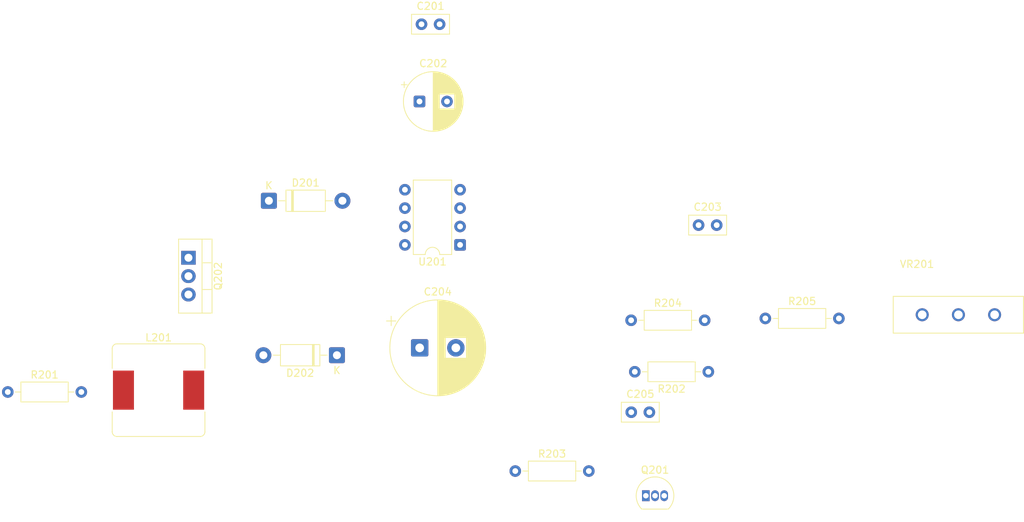
<source format=kicad_pcb>
(kicad_pcb (version 20241229) (generator "pcbnew") (generator_version "9.0")
  (layers (0 "F.Cu" signal) (2 "B.Cu" signal) (13 "F.Paste" user) (15 "B.Paste" user) (5 "F.SilkS" user "F.Silkscreen") (7 "B.SilkS" user "B.Silkscreen") (1 "F.Mask" user) (3 "B.Mask" user) (25 "Edge.Cuts" user))
  (net 0 "")
  (net 1 "+12V")
  (net 2 "GND")
  (net 3 "Net-(U201-TC)")
  (net 4 "+170V")
  (net 5 "Net-(U201-Vfb)")
  (net 6 "Net-(D201-A)")
  (net 7 "Net-(D201-K)")
  (net 8 "Net-(D202-A)")
  (net 9 "Net-(U201-DC)")
  (net 10 "Net-(R204-Pad2)")
  (net 11 "Net-(R205-Pad2)")
  (footprint "Capacitor_THT:CP_Radial_D13.0mm_P5.00mm" (layer "F.Cu") (at 68.58 116.586)
    (property "Reference" "C204" (at 2.5 -7.75 0) (layer "F.SilkS"))
    (property "Value" "2.2uF 400v")
    (fp_line (start -4.584569 -3.715) (end -3.284569 -3.715) (stroke (width 0.12)) (layer "F.SilkS"))
    (fp_line (start -3.934569 -4.365) (end -3.934569 -3.065) (stroke (width 0.12)) (layer "F.SilkS"))
    (fp_line (start 2.5 -6.58) (end 2.5 6.58) (stroke (width 0.12)) (layer "F.SilkS"))
    (fp_line (start 2.54 -6.58) (end 2.54 6.58) (stroke (width 0.12)) (layer "F.SilkS"))
    (fp_line (start 2.58 -6.58) (end 2.58 6.58) (stroke (width 0.12)) (layer "F.SilkS"))
    (fp_line (start 2.62 -6.579) (end 2.62 6.579) (stroke (width 0.12)) (layer "F.SilkS"))
    (fp_line (start 2.66 -6.578) (end 2.66 6.578) (stroke (width 0.12)) (layer "F.SilkS"))
    (fp_line (start 2.7 -6.577) (end 2.7 6.577) (stroke (width 0.12)) (layer "F.SilkS"))
    (fp_line (start 2.74 -6.576) (end 2.74 6.576) (stroke (width 0.12)) (layer "F.SilkS"))
    (fp_line (start 2.78 -6.574) (end 2.78 6.574) (stroke (width 0.12)) (layer "F.SilkS"))
    (fp_line (start 2.82 -6.572) (end 2.82 6.572) (stroke (width 0.12)) (layer "F.SilkS"))
    (fp_line (start 2.86 -6.57) (end 2.86 6.57) (stroke (width 0.12)) (layer "F.SilkS"))
    (fp_line (start 2.9 -6.568) (end 2.9 6.568) (stroke (width 0.12)) (layer "F.SilkS"))
    (fp_line (start 2.94 -6.565) (end 2.94 6.565) (stroke (width 0.12)) (layer "F.SilkS"))
    (fp_line (start 2.98 -6.563) (end 2.98 6.563) (stroke (width 0.12)) (layer "F.SilkS"))
    (fp_line (start 3.02 -6.56) (end 3.02 6.56) (stroke (width 0.12)) (layer "F.SilkS"))
    (fp_line (start 3.06 -6.556) (end 3.06 6.556) (stroke (width 0.12)) (layer "F.SilkS"))
    (fp_line (start 3.1 -6.553) (end 3.1 6.553) (stroke (width 0.12)) (layer "F.SilkS"))
    (fp_line (start 3.14 -6.549) (end 3.14 6.549) (stroke (width 0.12)) (layer "F.SilkS"))
    (fp_line (start 3.18 -6.545) (end 3.18 6.545) (stroke (width 0.12)) (layer "F.SilkS"))
    (fp_line (start 3.22 -6.541) (end 3.22 6.541) (stroke (width 0.12)) (layer "F.SilkS"))
    (fp_line (start 3.26 -6.536) (end 3.26 6.536) (stroke (width 0.12)) (layer "F.SilkS"))
    (fp_line (start 3.3 -6.531) (end 3.3 6.531) (stroke (width 0.12)) (layer "F.SilkS"))
    (fp_line (start 3.34 -6.526) (end 3.34 6.526) (stroke (width 0.12)) (layer "F.SilkS"))
    (fp_line (start 3.38 -6.521) (end 3.38 6.521) (stroke (width 0.12)) (layer "F.SilkS"))
    (fp_line (start 3.42 -6.516) (end 3.42 6.516) (stroke (width 0.12)) (layer "F.SilkS"))
    (fp_line (start 3.46 -6.51) (end 3.46 6.51) (stroke (width 0.12)) (layer "F.SilkS"))
    (fp_line (start 3.5 -6.504) (end 3.5 6.504) (stroke (width 0.12)) (layer "F.SilkS"))
    (fp_line (start 3.54 -6.498) (end 3.54 6.498) (stroke (width 0.12)) (layer "F.SilkS"))
    (fp_line (start 3.58 -6.491) (end 3.58 -1.44) (stroke (width 0.12)) (layer "F.SilkS"))
    (fp_line (start 3.58 1.44) (end 3.58 6.491) (stroke (width 0.12)) (layer "F.SilkS"))
    (fp_line (start 3.62 -6.485) (end 3.62 -1.44) (stroke (width 0.12)) (layer "F.SilkS"))
    (fp_line (start 3.62 1.44) (end 3.62 6.485) (stroke (width 0.12)) (layer "F.SilkS"))
    (fp_line (start 3.66 -6.478) (end 3.66 -1.44) (stroke (width 0.12)) (layer "F.SilkS"))
    (fp_line (start 3.66 1.44) (end 3.66 6.478) (stroke (width 0.12)) (layer "F.SilkS"))
    (fp_line (start 3.7 -6.47) (end 3.7 -1.44) (stroke (width 0.12)) (layer "F.SilkS"))
    (fp_line (start 3.7 1.44) (end 3.7 6.47) (stroke (width 0.12)) (layer "F.SilkS"))
    (fp_line (start 3.74 -6.463) (end 3.74 -1.44) (stroke (width 0.12)) (layer "F.SilkS"))
    (fp_line (start 3.74 1.44) (end 3.74 6.463) (stroke (width 0.12)) (layer "F.SilkS"))
    (fp_line (start 3.78 -6.455) (end 3.78 -1.44) (stroke (width 0.12)) (layer "F.SilkS"))
    (fp_line (start 3.78 1.44) (end 3.78 6.455) (stroke (width 0.12)) (layer "F.SilkS"))
    (fp_line (start 3.82 -6.447) (end 3.82 -1.44) (stroke (width 0.12)) (layer "F.SilkS"))
    (fp_line (start 3.82 1.44) (end 3.82 6.447) (stroke (width 0.12)) (layer "F.SilkS"))
    (fp_line (start 3.86 -6.439) (end 3.86 -1.44) (stroke (width 0.12)) (layer "F.SilkS"))
    (fp_line (start 3.86 1.44) (end 3.86 6.439) (stroke (width 0.12)) (layer "F.SilkS"))
    (fp_line (start 3.9 -6.43) (end 3.9 -1.44) (stroke (width 0.12)) (layer "F.SilkS"))
    (fp_line (start 3.9 1.44) (end 3.9 6.43) (stroke (width 0.12)) (layer "F.SilkS"))
    (fp_line (start 3.94 -6.421) (end 3.94 -1.44) (stroke (width 0.12)) (layer "F.SilkS"))
    (fp_line (start 3.94 1.44) (end 3.94 6.421) (stroke (width 0.12)) (layer "F.SilkS"))
    (fp_line (start 3.98 -6.412) (end 3.98 -1.44) (stroke (width 0.12)) (layer "F.SilkS"))
    (fp_line (start 3.98 1.44) (end 3.98 6.412) (stroke (width 0.12)) (layer "F.SilkS"))
    (fp_line (start 4.02 -6.403) (end 4.02 -1.44) (stroke (width 0.12)) (layer "F.SilkS"))
    (fp_line (start 4.02 1.44) (end 4.02 6.403) (stroke (width 0.12)) (layer "F.SilkS"))
    (fp_line (start 4.06 -6.394) (end 4.06 -1.44) (stroke (width 0.12)) (layer "F.SilkS"))
    (fp_line (start 4.06 1.44) (end 4.06 6.394) (stroke (width 0.12)) (layer "F.SilkS"))
    (fp_line (start 4.1 -6.384) (end 4.1 -1.44) (stroke (width 0.12)) (layer "F.SilkS"))
    (fp_line (start 4.1 1.44) (end 4.1 6.384) (stroke (width 0.12)) (layer "F.SilkS"))
    (fp_line (start 4.14 -6.374) (end 4.14 -1.44) (stroke (width 0.12)) (layer "F.SilkS"))
    (fp_line (start 4.14 1.44) (end 4.14 6.374) (stroke (width 0.12)) (layer "F.SilkS"))
    (fp_line (start 4.18 -6.363) (end 4.18 -1.44) (stroke (width 0.12)) (layer "F.SilkS"))
    (fp_line (start 4.18 1.44) (end 4.18 6.363) (stroke (width 0.12)) (layer "F.SilkS"))
    (fp_line (start 4.22 -6.353) (end 4.22 -1.44) (stroke (width 0.12)) (layer "F.SilkS"))
    (fp_line (start 4.22 1.44) (end 4.22 6.353) (stroke (width 0.12)) (layer "F.SilkS"))
    (fp_line (start 4.26 -6.342) (end 4.26 -1.44) (stroke (width 0.12)) (layer "F.SilkS"))
    (fp_line (start 4.26 1.44) (end 4.26 6.342) (stroke (width 0.12)) (layer "F.SilkS"))
    (fp_line (start 4.3 -6.331) (end 4.3 -1.44) (stroke (width 0.12)) (layer "F.SilkS"))
    (fp_line (start 4.3 1.44) (end 4.3 6.331) (stroke (width 0.12)) (layer "F.SilkS"))
    (fp_line (start 4.34 -6.319) (end 4.34 -1.44) (stroke (width 0.12)) (layer "F.SilkS"))
    (fp_line (start 4.34 1.44) (end 4.34 6.319) (stroke (width 0.12)) (layer "F.SilkS"))
    (fp_line (start 4.38 -6.307) (end 4.38 -1.44) (stroke (width 0.12)) (layer "F.SilkS"))
    (fp_line (start 4.38 1.44) (end 4.38 6.307) (stroke (width 0.12)) (layer "F.SilkS"))
    (fp_line (start 4.42 -6.295) (end 4.42 -1.44) (stroke (width 0.12)) (layer "F.SilkS"))
    (fp_line (start 4.42 1.44) (end 4.42 6.295) (stroke (width 0.12)) (layer "F.SilkS"))
    (fp_line (start 4.46 -6.283) (end 4.46 -1.44) (stroke (width 0.12)) (layer "F.SilkS"))
    (fp_line (start 4.46 1.44) (end 4.46 6.283) (stroke (width 0.12)) (layer "F.SilkS"))
    (fp_line (start 4.5 -6.271) (end 4.5 -1.44) (stroke (width 0.12)) (layer "F.SilkS"))
    (fp_line (start 4.5 1.44) (end 4.5 6.271) (stroke (width 0.12)) (layer "F.SilkS"))
    (fp_line (start 4.54 -6.258) (end 4.54 -1.44) (stroke (width 0.12)) (layer "F.SilkS"))
    (fp_line (start 4.54 1.44) (end 4.54 6.258) (stroke (width 0.12)) (layer "F.SilkS"))
    (fp_line (start 4.58 -6.245) (end 4.58 -1.44) (stroke (width 0.12)) (layer "F.SilkS"))
    (fp_line (start 4.58 1.44) (end 4.58 6.245) (stroke (width 0.12)) (layer "F.SilkS"))
    (fp_line (start 4.62 -6.231) (end 4.62 -1.44) (stroke (width 0.12)) (layer "F.SilkS"))
    (fp_line (start 4.62 1.44) (end 4.62 6.231) (stroke (width 0.12)) (layer "F.SilkS"))
    (fp_line (start 4.66 -6.218) (end 4.66 -1.44) (stroke (width 0.12)) (layer "F.SilkS"))
    (fp_line (start 4.66 1.44) (end 4.66 6.218) (stroke (width 0.12)) (layer "F.SilkS"))
    (fp_line (start 4.7 -6.204) (end 4.7 -1.44) (stroke (width 0.12)) (layer "F.SilkS"))
    (fp_line (start 4.7 1.44) (end 4.7 6.204) (stroke (width 0.12)) (layer "F.SilkS"))
    (fp_line (start 4.74 -6.19) (end 4.74 -1.44) (stroke (width 0.12)) (layer "F.SilkS"))
    (fp_line (start 4.74 1.44) (end 4.74 6.19) (stroke (width 0.12)) (layer "F.SilkS"))
    (fp_line (start 4.78 -6.175) (end 4.78 -1.44) (stroke (width 0.12)) (layer "F.SilkS"))
    (fp_line (start 4.78 1.44) (end 4.78 6.175) (stroke (width 0.12)) (layer "F.SilkS"))
    (fp_line (start 4.82 -6.16) (end 4.82 -1.44) (stroke (width 0.12)) (layer "F.SilkS"))
    (fp_line (start 4.82 1.44) (end 4.82 6.16) (stroke (width 0.12)) (layer "F.SilkS"))
    (fp_line (start 4.86 -6.145) (end 4.86 -1.44) (stroke (width 0.12)) (layer "F.SilkS"))
    (fp_line (start 4.86 1.44) (end 4.86 6.145) (stroke (width 0.12)) (layer "F.SilkS"))
    (fp_line (start 4.9 -6.13) (end 4.9 -1.44) (stroke (width 0.12)) (layer "F.SilkS"))
    (fp_line (start 4.9 1.44) (end 4.9 6.13) (stroke (width 0.12)) (layer "F.SilkS"))
    (fp_line (start 4.94 -6.114) (end 4.94 -1.44) (stroke (width 0.12)) (layer "F.SilkS"))
    (fp_line (start 4.94 1.44) (end 4.94 6.114) (stroke (width 0.12)) (layer "F.SilkS"))
    (fp_line (start 4.98 -6.098) (end 4.98 -1.44) (stroke (width 0.12)) (layer "F.SilkS"))
    (fp_line (start 4.98 1.44) (end 4.98 6.098) (stroke (width 0.12)) (layer "F.SilkS"))
    (fp_line (start 5.02 -6.082) (end 5.02 -1.44) (stroke (width 0.12)) (layer "F.SilkS"))
    (fp_line (start 5.02 1.44) (end 5.02 6.082) (stroke (width 0.12)) (layer "F.SilkS"))
    (fp_line (start 5.06 -6.065) (end 5.06 -1.44) (stroke (width 0.12)) (layer "F.SilkS"))
    (fp_line (start 5.06 1.44) (end 5.06 6.065) (stroke (width 0.12)) (layer "F.SilkS"))
    (fp_line (start 5.1 -6.048) (end 5.1 -1.44) (stroke (width 0.12)) (layer "F.SilkS"))
    (fp_line (start 5.1 1.44) (end 5.1 6.048) (stroke (width 0.12)) (layer "F.SilkS"))
    (fp_line (start 5.14 -6.031) (end 5.14 -1.44) (stroke (width 0.12)) (layer "F.SilkS"))
    (fp_line (start 5.14 1.44) (end 5.14 6.031) (stroke (width 0.12)) (layer "F.SilkS"))
    (fp_line (start 5.18 -6.013) (end 5.18 -1.44) (stroke (width 0.12)) (layer "F.SilkS"))
    (fp_line (start 5.18 1.44) (end 5.18 6.013) (stroke (width 0.12)) (layer "F.SilkS"))
    (fp_line (start 5.22 -5.995) (end 5.22 -1.44) (stroke (width 0.12)) (layer "F.SilkS"))
    (fp_line (start 5.22 1.44) (end 5.22 5.995) (stroke (width 0.12)) (layer "F.SilkS"))
    (fp_line (start 5.26 -5.977) (end 5.26 -1.44) (stroke (width 0.12)) (layer "F.SilkS"))
    (fp_line (start 5.26 1.44) (end 5.26 5.977) (stroke (width 0.12)) (layer "F.SilkS"))
    (fp_line (start 5.3 -5.959) (end 5.3 -1.44) (stroke (width 0.12)) (layer "F.SilkS"))
    (fp_line (start 5.3 1.44) (end 5.3 5.959) (stroke (width 0.12)) (layer "F.SilkS"))
    (fp_line (start 5.34 -5.94) (end 5.34 -1.44) (stroke (width 0.12)) (layer "F.SilkS"))
    (fp_line (start 5.34 1.44) (end 5.34 5.94) (stroke (width 0.12)) (layer "F.SilkS"))
    (fp_line (start 5.38 -5.921) (end 5.38 -1.44) (stroke (width 0.12)) (layer "F.SilkS"))
    (fp_line (start 5.38 1.44) (end 5.38 5.921) (stroke (width 0.12)) (layer "F.SilkS"))
    (fp_line (start 5.42 -5.901) (end 5.42 -1.44) (stroke (width 0.12)) (layer "F.SilkS"))
    (fp_line (start 5.42 1.44) (end 5.42 5.901) (stroke (width 0.12)) (layer "F.SilkS"))
    (fp_line (start 5.46 -5.881) (end 5.46 -1.44) (stroke (width 0.12)) (layer "F.SilkS"))
    (fp_line (start 5.46 1.44) (end 5.46 5.881) (stroke (width 0.12)) (layer "F.SilkS"))
    (fp_line (start 5.5 -5.861) (end 5.5 -1.44) (stroke (width 0.12)) (layer "F.SilkS"))
    (fp_line (start 5.5 1.44) (end 5.5 5.861) (stroke (width 0.12)) (layer "F.SilkS"))
    (fp_line (start 5.54 -5.841) (end 5.54 -1.44) (stroke (width 0.12)) (layer "F.SilkS"))
    (fp_line (start 5.54 1.44) (end 5.54 5.841) (stroke (width 0.12)) (layer "F.SilkS"))
    (fp_line (start 5.58 -5.82) (end 5.58 -1.44) (stroke (width 0.12)) (layer "F.SilkS"))
    (fp_line (start 5.58 1.44) (end 5.58 5.82) (stroke (width 0.12)) (layer "F.SilkS"))
    (fp_line (start 5.62 -5.799) (end 5.62 -1.44) (stroke (width 0.12)) (layer "F.SilkS"))
    (fp_line (start 5.62 1.44) (end 5.62 5.799) (stroke (width 0.12)) (layer "F.SilkS"))
    (fp_line (start 5.66 -5.777) (end 5.66 -1.44) (stroke (width 0.12)) (layer "F.SilkS"))
    (fp_line (start 5.66 1.44) (end 5.66 5.777) (stroke (width 0.12)) (layer "F.SilkS"))
    (fp_line (start 5.7 -5.755) (end 5.7 -1.44) (stroke (width 0.12)) (layer "F.SilkS"))
    (fp_line (start 5.7 1.44) (end 5.7 5.755) (stroke (width 0.12)) (layer "F.SilkS"))
    (fp_line (start 5.74 -5.733) (end 5.74 -1.44) (stroke (width 0.12)) (layer "F.SilkS"))
    (fp_line (start 5.74 1.44) (end 5.74 5.733) (stroke (width 0.12)) (layer "F.SilkS"))
    (fp_line (start 5.78 -5.71) (end 5.78 -1.44) (stroke (width 0.12)) (layer "F.SilkS"))
    (fp_line (start 5.78 1.44) (end 5.78 5.71) (stroke (width 0.12)) (layer "F.SilkS"))
    (fp_line (start 5.82 -5.687) (end 5.82 -1.44) (stroke (width 0.12)) (layer "F.SilkS"))
    (fp_line (start 5.82 1.44) (end 5.82 5.687) (stroke (width 0.12)) (layer "F.SilkS"))
    (fp_line (start 5.86 -5.664) (end 5.86 -1.44) (stroke (width 0.12)) (layer "F.SilkS"))
    (fp_line (start 5.86 1.44) (end 5.86 5.664) (stroke (width 0.12)) (layer "F.SilkS"))
    (fp_line (start 5.9 -5.64) (end 5.9 -1.44) (stroke (width 0.12)) (layer "F.SilkS"))
    (fp_line (start 5.9 1.44) (end 5.9 5.64) (stroke (width 0.12)) (layer "F.SilkS"))
    (fp_line (start 5.94 -5.616) (end 5.94 -1.44) (stroke (width 0.12)) (layer "F.SilkS"))
    (fp_line (start 5.94 1.44) (end 5.94 5.616) (stroke (width 0.12)) (layer "F.SilkS"))
    (fp_line (start 5.98 -5.592) (end 5.98 -1.44) (stroke (width 0.12)) (layer "F.SilkS"))
    (fp_line (start 5.98 1.44) (end 5.98 5.592) (stroke (width 0.12)) (layer "F.SilkS"))
    (fp_line (start 6.02 -5.567) (end 6.02 -1.44) (stroke (width 0.12)) (layer "F.SilkS"))
    (fp_line (start 6.02 1.44) (end 6.02 5.567) (stroke (width 0.12)) (layer "F.SilkS"))
    (fp_line (start 6.06 -5.541) (end 6.06 -1.44) (stroke (width 0.12)) (layer "F.SilkS"))
    (fp_line (start 6.06 1.44) (end 6.06 5.541) (stroke (width 0.12)) (layer "F.SilkS"))
    (fp_line (start 6.1 -5.516) (end 6.1 -1.44) (stroke (width 0.12)) (layer "F.SilkS"))
    (fp_line (start 6.1 1.44) (end 6.1 5.516) (stroke (width 0.12)) (layer "F.SilkS"))
    (fp_line (start 6.14 -5.489) (end 6.14 -1.44) (stroke (width 0.12)) (layer "F.SilkS"))
    (fp_line (start 6.14 1.44) (end 6.14 5.489) (stroke (width 0.12)) (layer "F.SilkS"))
    (fp_line (start 6.18 -5.463) (end 6.18 -1.44) (stroke (width 0.12)) (layer "F.SilkS"))
    (fp_line (start 6.18 1.44) (end 6.18 5.463) (stroke (width 0.12)) (layer "F.SilkS"))
    (fp_line (start 6.22 -5.436) (end 6.22 -1.44) (stroke (width 0.12)) (layer "F.SilkS"))
    (fp_line (start 6.22 1.44) (end 6.22 5.436) (stroke (width 0.12)) (layer "F.SilkS"))
    (fp_line (start 6.26 -5.409) (end 6.26 -1.44) (stroke (width 0.12)) (layer "F.SilkS"))
    (fp_line (start 6.26 1.44) (end 6.26 5.409) (stroke (width 0.12)) (layer "F.SilkS"))
    (fp_line (start 6.3 -5.381) (end 6.3 -1.44) (stroke (width 0.12)) (layer "F.SilkS"))
    (fp_line (start 6.3 1.44) (end 6.3 5.381) (stroke (width 0.12)) (layer "F.SilkS"))
    (fp_line (start 6.34 -5.352) (end 6.34 -1.44) (stroke (width 0.12)) (layer "F.SilkS"))
    (fp_line (start 6.34 1.44) (end 6.34 5.352) (stroke (width 0.12)) (layer "F.SilkS"))
    (fp_line (start 6.38 -5.324) (end 6.38 -1.44) (stroke (width 0.12)) (layer "F.SilkS"))
    (fp_line (start 6.38 1.44) (end 6.38 5.324) (stroke (width 0.12)) (layer "F.SilkS"))
    (fp_line (start 6.42 -5.295) (end 6.42 -1.44) (stroke (width 0.12)) (layer "F.SilkS"))
    (fp_line (start 6.42 1.44) (end 6.42 5.295) (stroke (width 0.12)) (layer "F.SilkS"))
    (fp_line (start 6.46 -5.265) (end 6.46 5.265) (stroke (width 0.12)) (layer "F.SilkS"))
    (fp_line (start 6.5 -5.235) (end 6.5 5.235) (stroke (width 0.12)) (layer "F.SilkS"))
    (fp_line (start 6.54 -5.204) (end 6.54 5.204) (stroke (width 0.12)) (layer "F.SilkS"))
    (fp_line (start 6.58 -5.173) (end 6.58 5.173) (stroke (width 0.12)) (layer "F.SilkS"))
    (fp_line (start 6.62 -5.142) (end 6.62 5.142) (stroke (width 0.12)) (layer "F.SilkS"))
    (fp_line (start 6.66 -5.11) (end 6.66 5.11) (stroke (width 0.12)) (layer "F.SilkS"))
    (fp_line (start 6.7 -5.077) (end 6.7 5.077) (stroke (width 0.12)) (layer "F.SilkS"))
    (fp_line (start 6.74 -5.044) (end 6.74 5.044) (stroke (width 0.12)) (layer "F.SilkS"))
    (fp_line (start 6.78 -5.01) (end 6.78 5.01) (stroke (width 0.12)) (layer "F.SilkS"))
    (fp_line (start 6.82 -4.976) (end 6.82 4.976) (stroke (width 0.12)) (layer "F.SilkS"))
    (fp_line (start 6.86 -4.941) (end 6.86 4.941) (stroke (width 0.12)) (layer "F.SilkS"))
    (fp_line (start 6.9 -4.906) (end 6.9 4.906) (stroke (width 0.12)) (layer "F.SilkS"))
    (fp_line (start 6.94 -4.87) (end 6.94 4.87) (stroke (width 0.12)) (layer "F.SilkS"))
    (fp_line (start 6.98 -4.834) (end 6.98 4.834) (stroke (width 0.12)) (layer "F.SilkS"))
    (fp_line (start 7.02 -4.797) (end 7.02 4.797) (stroke (width 0.12)) (layer "F.SilkS"))
    (fp_line (start 7.06 -4.759) (end 7.06 4.759) (stroke (width 0.12)) (layer "F.SilkS"))
    (fp_line (start 7.1 -4.721) (end 7.1 4.721) (stroke (width 0.12)) (layer "F.SilkS"))
    (fp_line (start 7.14 -4.682) (end 7.14 4.682) (stroke (width 0.12)) (layer "F.SilkS"))
    (fp_line (start 7.18 -4.642) (end 7.18 4.642) (stroke (width 0.12)) (layer "F.SilkS"))
    (fp_line (start 7.22 -4.602) (end 7.22 4.602) (stroke (width 0.12)) (layer "F.SilkS"))
    (fp_line (start 7.26 -4.561) (end 7.26 4.561) (stroke (width 0.12)) (layer "F.SilkS"))
    (fp_line (start 7.3 -4.519) (end 7.3 4.519) (stroke (width 0.12)) (layer "F.SilkS"))
    (fp_line (start 7.34 -4.477) (end 7.34 4.477) (stroke (width 0.12)) (layer "F.SilkS"))
    (fp_line (start 7.38 -4.433) (end 7.38 4.433) (stroke (width 0.12)) (layer "F.SilkS"))
    (fp_line (start 7.42 -4.389) (end 7.42 4.389) (stroke (width 0.12)) (layer "F.SilkS"))
    (fp_line (start 7.46 -4.344) (end 7.46 4.344) (stroke (width 0.12)) (layer "F.SilkS"))
    (fp_line (start 7.5 -4.299) (end 7.5 4.299) (stroke (width 0.12)) (layer "F.SilkS"))
    (fp_line (start 7.54 -4.252) (end 7.54 4.252) (stroke (width 0.12)) (layer "F.SilkS"))
    (fp_line (start 7.58 -4.205) (end 7.58 4.205) (stroke (width 0.12)) (layer "F.SilkS"))
    (fp_line (start 7.62 -4.156) (end 7.62 4.156) (stroke (width 0.12)) (layer "F.SilkS"))
    (fp_line (start 7.66 -4.107) (end 7.66 4.107) (stroke (width 0.12)) (layer "F.SilkS"))
    (fp_line (start 7.7 -4.057) (end 7.7 4.057) (stroke (width 0.12)) (layer "F.SilkS"))
    (fp_line (start 7.74 -4.006) (end 7.74 4.006) (stroke (width 0.12)) (layer "F.SilkS"))
    (fp_line (start 7.78 -3.953) (end 7.78 3.953) (stroke (width 0.12)) (layer "F.SilkS"))
    (fp_line (start 7.82 -3.9) (end 7.82 3.9) (stroke (width 0.12)) (layer "F.SilkS"))
    (fp_line (start 7.86 -3.845) (end 7.86 3.845) (stroke (width 0.12)) (layer "F.SilkS"))
    (fp_line (start 7.9 -3.789) (end 7.9 3.789) (stroke (width 0.12)) (layer "F.SilkS"))
    (fp_line (start 7.94 -3.732) (end 7.94 3.732) (stroke (width 0.12)) (layer "F.SilkS"))
    (fp_line (start 7.98 -3.674) (end 7.98 3.674) (stroke (width 0.12)) (layer "F.SilkS"))
    (fp_line (start 8.02 -3.614) (end 8.02 3.614) (stroke (width 0.12)) (layer "F.SilkS"))
    (fp_line (start 8.06 -3.553) (end 8.06 3.553) (stroke (width 0.12)) (layer "F.SilkS"))
    (fp_line (start 8.1 -3.49) (end 8.1 3.49) (stroke (width 0.12)) (layer "F.SilkS"))
    (fp_line (start 8.14 -3.426) (end 8.14 3.426) (stroke (width 0.12)) (layer "F.SilkS"))
    (fp_line (start 8.18 -3.36) (end 8.18 3.36) (stroke (width 0.12)) (layer "F.SilkS"))
    (fp_line (start 8.22 -3.293) (end 8.22 3.293) (stroke (width 0.12)) (layer "F.SilkS"))
    (fp_line (start 8.26 -3.223) (end 8.26 3.223) (stroke (width 0.12)) (layer "F.SilkS"))
    (fp_line (start 8.3 -3.151) (end 8.3 3.151) (stroke (width 0.12)) (layer "F.SilkS"))
    (fp_line (start 8.34 -3.077) (end 8.34 3.077) (stroke (width 0.12)) (layer "F.SilkS"))
    (fp_line (start 8.38 -3.001) (end 8.38 3.001) (stroke (width 0.12)) (layer "F.SilkS"))
    (fp_line (start 8.42 -2.923) (end 8.42 2.923) (stroke (width 0.12)) (layer "F.SilkS"))
    (fp_line (start 8.46 -2.841) (end 8.46 2.841) (stroke (width 0.12)) (layer "F.SilkS"))
    (fp_line (start 8.5 -2.757) (end 8.5 2.757) (stroke (width 0.12)) (layer "F.SilkS"))
    (fp_line (start 8.54 -2.67) (end 8.54 2.67) (stroke (width 0.12)) (layer "F.SilkS"))
    (fp_line (start 8.58 -2.579) (end 8.58 2.579) (stroke (width 0.12)) (layer "F.SilkS"))
    (fp_line (start 8.62 -2.484) (end 8.62 2.484) (stroke (width 0.12)) (layer "F.SilkS"))
    (fp_line (start 8.66 -2.385) (end 8.66 2.385) (stroke (width 0.12)) (layer "F.SilkS"))
    (fp_line (start 8.7 -2.28) (end 8.7 2.28) (stroke (width 0.12)) (layer "F.SilkS"))
    (fp_line (start 8.74 -2.171) (end 8.74 2.171) (stroke (width 0.12)) (layer "F.SilkS"))
    (fp_line (start 8.78 -2.054) (end 8.78 2.054) (stroke (width 0.12)) (layer "F.SilkS"))
    (fp_line (start 8.82 -1.93) (end 8.82 1.93) (stroke (width 0.12)) (layer "F.SilkS"))
    (fp_line (start 8.86 -1.797) (end 8.86 1.797) (stroke (width 0.12)) (layer "F.SilkS"))
    (fp_line (start 8.9 -1.652) (end 8.9 1.652) (stroke (width 0.12)) (layer "F.SilkS"))
    (fp_line (start 8.94 -1.493) (end 8.94 1.493) (stroke (width 0.12)) (layer "F.SilkS"))
    (fp_line (start 8.98 -1.314) (end 8.98 1.314) (stroke (width 0.12)) (layer "F.SilkS"))
    (fp_line (start 9.02 -1.106) (end 9.02 1.106) (stroke (width 0.12)) (layer "F.SilkS"))
    (fp_line (start 9.06 -0.849) (end 9.06 0.849) (stroke (width 0.12)) (layer "F.SilkS"))
    (fp_line (start 9.1 -0.474) (end 9.1 0.474) (stroke (width 0.12)) (layer "F.SilkS"))
    (fp_circle (center 2.5 0) (end 9.12 0) (stroke (width 0.12)) (fill no) (layer "F.SilkS"))
    (pad "1" thru_hole roundrect (at 0 0) (size 2.4 2.4) (drill 1.2) (layers "*.Cu" "*.Mask") (roundrect_rratio 0.104167) (net 4 "+170V"))
    (pad "2" thru_hole circle (at 5 0) (size 2.4 2.4) (drill 1.2) (layers "*.Cu" "*.Mask") (net 2 "GND"))
  )
  (footprint "Resistor_THT:R_Axial_DIN0207_L6.3mm_D2.5mm_P10.16mm_Horizontal" (layer "F.Cu") (at 108.458 119.888 180)
    (property "Reference" "R202" (at 5.08 -2.37 0) (layer "F.SilkS"))
    (property "Value" "10K")
    (fp_line (start 9.12 0) (end 8.35 0) (stroke (width 0.12)) (layer "F.SilkS"))
    (fp_line (start 1.04 0) (end 1.81 0) (stroke (width 0.12)) (layer "F.SilkS"))
    (fp_rect (start 1.81 -1.37) (end 8.35 1.37) (stroke (width 0.12)) (fill no) (layer "F.SilkS"))
    (pad "1" thru_hole circle (at 0 0 180) (size 1.6 1.6) (drill 0.8) (layers "*.Cu" "*.Mask") (net 2 "GND"))
    (pad "2" thru_hole circle (at 10.16 0 180) (size 1.6 1.6) (drill 0.8) (layers "*.Cu" "*.Mask") (net 5 "Net-(U201-Vfb)"))
  )
  (footprint "Resistor_THT:R_Axial_DIN0207_L6.3mm_D2.5mm_P10.16mm_Horizontal" (layer "F.Cu") (at 97.79 112.776)
    (property "Reference" "R204" (at 5.08 -2.37 0) (layer "F.SilkS"))
    (property "Value" "1M")
    (fp_line (start 1.04 0) (end 1.81 0) (stroke (width 0.12)) (layer "F.SilkS"))
    (fp_line (start 9.12 0) (end 8.35 0) (stroke (width 0.12)) (layer "F.SilkS"))
    (fp_rect (start 1.81 -1.37) (end 8.35 1.37) (stroke (width 0.12)) (fill no) (layer "F.SilkS"))
    (pad "1" thru_hole circle (at 0 0) (size 1.6 1.6) (drill 0.8) (layers "*.Cu" "*.Mask") (net 5 "Net-(U201-Vfb)"))
    (pad "2" thru_hole circle (at 10.16 0) (size 1.6 1.6) (drill 0.8) (layers "*.Cu" "*.Mask") (net 10 "Net-(R204-Pad2)"))
  )
  (footprint "Resistor_THT:R_Axial_DIN0207_L6.3mm_D2.5mm_P10.16mm_Horizontal" (layer "F.Cu") (at 116.332 112.522)
    (property "Reference" "R205" (at 5.08 -2.37 0) (layer "F.SilkS"))
    (property "Value" "330K")
    (fp_line (start 1.04 0) (end 1.81 0) (stroke (width 0.12)) (layer "F.SilkS"))
    (fp_line (start 9.12 0) (end 8.35 0) (stroke (width 0.12)) (layer "F.SilkS"))
    (fp_rect (start 1.81 -1.37) (end 8.35 1.37) (stroke (width 0.12)) (fill no) (layer "F.SilkS"))
    (pad "1" thru_hole circle (at 0 0) (size 1.6 1.6) (drill 0.8) (layers "*.Cu" "*.Mask") (net 10 "Net-(R204-Pad2)"))
    (pad "2" thru_hole circle (at 10.16 0) (size 1.6 1.6) (drill 0.8) (layers "*.Cu" "*.Mask") (net 11 "Net-(R205-Pad2)"))
  )
  (footprint "Resistor_THT:R_Axial_DIN0207_L6.3mm_D2.5mm_P10.16mm_Horizontal" (layer "F.Cu") (at 81.788 133.604)
    (property "Reference" "R203" (at 5.08 -2.37 0) (layer "F.SilkS"))
    (property "Value" "1K")
    (fp_line (start 1.04 0) (end 1.81 0) (stroke (width 0.12)) (layer "F.SilkS"))
    (fp_line (start 9.12 0) (end 8.35 0) (stroke (width 0.12)) (layer "F.SilkS"))
    (fp_rect (start 1.81 -1.37) (end 8.35 1.37) (stroke (width 0.12)) (fill no) (layer "F.SilkS"))
    (pad "1" thru_hole circle (at 0 0) (size 1.6 1.6) (drill 0.8) (layers "*.Cu" "*.Mask") (net 2 "GND"))
    (pad "2" thru_hole circle (at 10.16 0) (size 1.6 1.6) (drill 0.8) (layers "*.Cu" "*.Mask") (net 6 "Net-(D201-A)"))
  )
  (footprint "Capacitor_THT:C_Disc_D5.0mm_W2.5mm_P2.50mm" (layer "F.Cu") (at 97.81 125.476)
    (property "Reference" "C205" (at 1.25 -2.5 0) (layer "F.SilkS"))
    (property "Value" "1nF")
    (fp_line (start -1.37 -1.37) (end 3.87 -1.37) (stroke (width 0.12)) (layer "F.SilkS"))
    (fp_line (start -1.37 1.37) (end -1.37 -1.37) (stroke (width 0.12)) (layer "F.SilkS"))
    (fp_line (start 3.87 -1.37) (end 3.87 1.37) (stroke (width 0.12)) (layer "F.SilkS"))
    (fp_line (start 3.87 1.37) (end -1.37 1.37) (stroke (width 0.12)) (layer "F.SilkS"))
    (pad "1" thru_hole circle (at 0 0) (size 1.6 1.6) (drill 0.8) (layers "*.Cu" "*.Mask") (net 5 "Net-(U201-Vfb)"))
    (pad "2" thru_hole circle (at 2.5 0) (size 1.6 1.6) (drill 0.8) (layers "*.Cu" "*.Mask") (net 2 "GND"))
  )
  (footprint "Inductor_SMD:L_Bourns_SRR1260" (layer "F.Cu") (at 32.512 122.428)
    (property "Reference" "L201" (at 0 -7.25 0) (layer "F.SilkS"))
    (property "Value" "150uH")
    (fp_line (start -6.4 -5.75) (end -6.4 -3) (stroke (width 0.12)) (layer "F.SilkS"))
    (fp_line (start -6.4 3) (end -6.4 5.75) (stroke (width 0.12)) (layer "F.SilkS"))
    (fp_line (start -5.75 -6.4) (end 5.75 -6.4) (stroke (width 0.12)) (layer "F.SilkS"))
    (fp_line (start 5.75 6.4) (end -5.75 6.4) (stroke (width 0.12)) (layer "F.SilkS"))
    (fp_line (start 6.4 -5.75) (end 6.4 -3) (stroke (width 0.12)) (layer "F.SilkS"))
    (fp_line (start 6.4 3) (end 6.4 5.75) (stroke (width 0.12)) (layer "F.SilkS"))
    (fp_arc (start -6.4 -5.75) (mid -6.209619 -6.209619) (end -5.75 -6.4) (stroke (width 0.12)) (layer "F.SilkS"))
    (fp_arc (start -5.75 6.4) (mid -6.209619 6.209619) (end -6.4 5.75) (stroke (width 0.12)) (layer "F.SilkS"))
    (fp_arc (start 5.75 -6.4) (mid 6.209619 -6.209619) (end 6.4 -5.75) (stroke (width 0.12)) (layer "F.SilkS"))
    (fp_arc (start 6.4 5.75) (mid 6.209619 6.209619) (end 5.75 6.4) (stroke (width 0.12)) (layer "F.SilkS"))
    (pad "1" smd rect (at -4.85 0) (size 2.9 5.4) (layers "F.Cu" "F.Mask" "F.Paste") (net 9 "Net-(U201-DC)"))
    (pad "2" smd rect (at 4.85 0) (size 2.9 5.4) (layers "F.Cu" "F.Mask" "F.Paste") (net 8 "Net-(D202-A)"))
  )
  (footprint "Package_DIP:DIP-8_W7.62mm" (layer "F.Cu") (at 74.163 102.362 180)
    (property "Reference" "U201" (at 3.81 -2.33 0) (layer "F.SilkS"))
    (property "Value" "MC34063AP")
    (fp_line (start 6.46 8.95) (end 6.46 -1.33) (stroke (width 0.12)) (layer "F.SilkS"))
    (fp_line (start 6.46 -1.33) (end 4.81 -1.33) (stroke (width 0.12)) (layer "F.SilkS"))
    (fp_line (start 2.81 -1.33) (end 1.16 -1.33) (stroke (width 0.12)) (layer "F.SilkS"))
    (fp_line (start 1.16 8.95) (end 6.46 8.95) (stroke (width 0.12)) (layer "F.SilkS"))
    (fp_line (start 1.16 -1.33) (end 1.16 8.95) (stroke (width 0.12)) (layer "F.SilkS"))
    (fp_arc (start 4.81 -1.33) (mid 3.81 -0.33) (end 2.81 -1.33) (stroke (width 0.12)) (layer "F.SilkS"))
    (pad "1" thru_hole roundrect (at 0 0 180) (size 1.6 1.6) (drill 0.8) (layers "*.Cu" "*.Mask") (roundrect_rratio 0.15625) (net 9 "Net-(U201-DC)"))
    (pad "2" thru_hole circle (at 0 2.54 180) (size 1.6 1.6) (drill 0.8) (layers "*.Cu" "*.Mask") (net 6 "Net-(D201-A)"))
    (pad "3" thru_hole circle (at 0 5.08 180) (size 1.6 1.6) (drill 0.8) (layers "*.Cu" "*.Mask") (net 3 "Net-(U201-TC)"))
    (pad "4" thru_hole circle (at 0 7.62 180) (size 1.6 1.6) (drill 0.8) (layers "*.Cu" "*.Mask") (net 2 "GND"))
    (pad "5" thru_hole circle (at 7.62 7.62 180) (size 1.6 1.6) (drill 0.8) (layers "*.Cu" "*.Mask") (net 5 "Net-(U201-Vfb)"))
    (pad "6" thru_hole circle (at 7.62 5.08 180) (size 1.6 1.6) (drill 0.8) (layers "*.Cu" "*.Mask") (net 1 "+12V"))
    (pad "7" thru_hole circle (at 7.62 2.54 180) (size 1.6 1.6) (drill 0.8) (layers "*.Cu" "*.Mask") (net 9 "Net-(U201-DC)"))
    (pad "8" thru_hole circle (at 7.62 0 180) (size 1.6 1.6) (drill 0.8) (layers "*.Cu" "*.Mask") (net 9 "Net-(U201-DC)"))
  )
  (footprint "NosLib:P160" (layer "F.Cu") (at 143.002 112.014)
    (property "Reference" "VR201" (at -5.715 -6.985 0) (layer "F.SilkS"))
    (property "Value" "P160KN-0QC15B500K")
    (fp_line (start -9 -2.54) (end 9 -2.54) (stroke (width 0.127)) (layer "F.SilkS"))
    (fp_line (start -9 2.54) (end -9 -2.54) (stroke (width 0.127)) (layer "F.SilkS"))
    (fp_line (start 9 -2.54) (end 9 2.54) (stroke (width 0.127)) (layer "F.SilkS"))
    (fp_line (start 9 2.54) (end -9 2.54) (stroke (width 0.127)) (layer "F.SilkS"))
    (pad "1" thru_hole circle (at -5 0) (size 1.8 1.8) (drill 1.2) (layers "*.Cu" "*.Mask"))
    (pad "2" thru_hole circle (at 0 0) (size 1.8 1.8) (drill 1.2) (layers "*.Cu" "*.Mask") (net 4 "+170V"))
    (pad "3" thru_hole circle (at 5 0) (size 1.8 1.8) (drill 1.2) (layers "*.Cu" "*.Mask") (net 11 "Net-(R205-Pad2)"))
  )
  (footprint "Package_TO_SOT_THT:TO-92_Inline" (layer "F.Cu") (at 99.822 137.012)
    (property "Reference" "Q201" (at 1.27 -3.56 0) (layer "F.SilkS"))
    (property "Value" "MPSA92")
    (fp_line (start -0.53 1.85) (end 3.07 1.85) (stroke (width 0.12)) (layer "F.SilkS"))
    (fp_arc (start -0.568478 1.838478) (mid -1.132087 -0.994977) (end 1.27 -2.6) (stroke (width 0.12)) (layer "F.SilkS"))
    (fp_arc (start 1.27 -2.6) (mid 3.672087 -0.994977) (end 3.108478 1.838478) (stroke (width 0.12)) (layer "F.SilkS"))
    (pad "1" thru_hole rect (at 0 0) (size 1.05 1.5) (drill 0.75) (layers "*.Cu" "*.Mask") (net 2 "GND"))
    (pad "2" thru_hole oval (at 1.27 0) (size 1.05 1.5) (drill 0.75) (layers "*.Cu" "*.Mask") (net 6 "Net-(D201-A)"))
    (pad "3" thru_hole oval (at 2.54 0) (size 1.05 1.5) (drill 0.75) (layers "*.Cu" "*.Mask") (net 7 "Net-(D201-K)"))
  )
  (footprint "Capacitor_THT:C_Disc_D5.0mm_W2.5mm_P2.50mm" (layer "F.Cu") (at 68.834 71.882)
    (property "Reference" "C201" (at 1.25 -2.5 0) (layer "F.SilkS"))
    (property "Value" "100nF")
    (fp_line (start -1.37 -1.37) (end 3.87 -1.37) (stroke (width 0.12)) (layer "F.SilkS"))
    (fp_line (start -1.37 1.37) (end -1.37 -1.37) (stroke (width 0.12)) (layer "F.SilkS"))
    (fp_line (start 3.87 -1.37) (end 3.87 1.37) (stroke (width 0.12)) (layer "F.SilkS"))
    (fp_line (start 3.87 1.37) (end -1.37 1.37) (stroke (width 0.12)) (layer "F.SilkS"))
    (pad "1" thru_hole circle (at 0 0) (size 1.6 1.6) (drill 0.8) (layers "*.Cu" "*.Mask") (net 1 "+12V"))
    (pad "2" thru_hole circle (at 2.5 0) (size 1.6 1.6) (drill 0.8) (layers "*.Cu" "*.Mask") (net 2 "GND"))
  )
  (footprint "Resistor_THT:R_Axial_DIN0207_L6.3mm_D2.5mm_P10.16mm_Horizontal" (layer "F.Cu") (at 11.684 122.682)
    (property "Reference" "R201" (at 5.08 -2.37 0) (layer "F.SilkS"))
    (property "Value" "0.1R")
    (fp_line (start 1.04 0) (end 1.81 0) (stroke (width 0.12)) (layer "F.SilkS"))
    (fp_line (start 9.12 0) (end 8.35 0) (stroke (width 0.12)) (layer "F.SilkS"))
    (fp_rect (start 1.81 -1.37) (end 8.35 1.37) (stroke (width 0.12)) (fill no) (layer "F.SilkS"))
    (pad "1" thru_hole circle (at 0 0) (size 1.6 1.6) (drill 0.8) (layers "*.Cu" "*.Mask") (net 1 "+12V"))
    (pad "2" thru_hole circle (at 10.16 0) (size 1.6 1.6) (drill 0.8) (layers "*.Cu" "*.Mask") (net 9 "Net-(U201-DC)"))
  )
  (footprint "Diode_THT:D_DO-41_SOD81_P10.16mm_Horizontal" (layer "F.Cu") (at 57.15 117.602 180)
    (property "Reference" "D202" (at 5.08 -2.47 0) (layer "F.SilkS"))
    (property "Value" "HER108")
    (fp_line (start 8.82 0) (end 7.8 0) (stroke (width 0.12)) (layer "F.SilkS"))
    (fp_line (start 3.38 -1.47) (end 3.38 1.47) (stroke (width 0.12)) (layer "F.SilkS"))
    (fp_line (start 3.26 -1.47) (end 3.26 1.47) (stroke (width 0.12)) (layer "F.SilkS"))
    (fp_line (start 3.14 -1.47) (end 3.14 1.47) (stroke (width 0.12)) (layer "F.SilkS"))
    (fp_line (start 1.34 0) (end 2.36 0) (stroke (width 0.12)) (layer "F.SilkS"))
    (fp_rect (start 2.36 -1.47) (end 7.8 1.47) (stroke (width 0.12)) (fill no) (layer "F.SilkS"))
    (fp_text user "K" (at 0 -2.1 0) (layer "F.SilkS"))
    (pad "1" thru_hole roundrect (at 0 0 180) (size 2.2 2.2) (drill 1.1) (layers "*.Cu" "*.Mask") (roundrect_rratio 0.113636) (net 4 "+170V"))
    (pad "2" thru_hole circle (at 10.16 0 180) (size 2.2 2.2) (drill 1.1) (layers "*.Cu" "*.Mask") (net 8 "Net-(D202-A)"))
  )
  (footprint "Diode_THT:D_DO-41_SOD81_P10.16mm_Horizontal" (layer "F.Cu") (at 47.752 96.266)
    (property "Reference" "D201" (at 5.08 -2.47 0) (layer "F.SilkS"))
    (property "Value" "HER108")
    (fp_line (start 1.34 0) (end 2.36 0) (stroke (width 0.12)) (layer "F.SilkS"))
    (fp_line (start 3.14 -1.47) (end 3.14 1.47) (stroke (width 0.12)) (layer "F.SilkS"))
    (fp_line (start 3.26 -1.47) (end 3.26 1.47) (stroke (width 0.12)) (layer "F.SilkS"))
    (fp_line (start 3.38 -1.47) (end 3.38 1.47) (stroke (width 0.12)) (layer "F.SilkS"))
    (fp_line (start 8.82 0) (end 7.8 0) (stroke (width 0.12)) (layer "F.SilkS"))
    (fp_rect (start 2.36 -1.47) (end 7.8 1.47) (stroke (width 0.12)) (fill no) (layer "F.SilkS"))
    (fp_text user "K" (at 0 -2.1 0) (layer "F.SilkS"))
    (pad "1" thru_hole roundrect (at 0 0) (size 2.2 2.2) (drill 1.1) (layers "*.Cu" "*.Mask") (roundrect_rratio 0.113636) (net 7 "Net-(D201-K)"))
    (pad "2" thru_hole circle (at 10.16 0) (size 2.2 2.2) (drill 1.1) (layers "*.Cu" "*.Mask") (net 6 "Net-(D201-A)"))
  )
  (footprint "Capacitor_THT:C_Disc_D5.0mm_W2.5mm_P2.50mm" (layer "F.Cu") (at 107.11 99.63)
    (property "Reference" "C203" (at 1.25 -2.5 0) (layer "F.SilkS"))
    (property "Value" "1nF")
    (fp_line (start -1.37 -1.37) (end 3.87 -1.37) (stroke (width 0.12)) (layer "F.SilkS"))
    (fp_line (start -1.37 1.37) (end -1.37 -1.37) (stroke (width 0.12)) (layer "F.SilkS"))
    (fp_line (start 3.87 -1.37) (end 3.87 1.37) (stroke (width 0.12)) (layer "F.SilkS"))
    (fp_line (start 3.87 1.37) (end -1.37 1.37) (stroke (width 0.12)) (layer "F.SilkS"))
    (pad "1" thru_hole circle (at 0 0) (size 1.6 1.6) (drill 0.8) (layers "*.Cu" "*.Mask") (net 3 "Net-(U201-TC)"))
    (pad "2" thru_hole circle (at 2.5 0) (size 1.6 1.6) (drill 0.8) (layers "*.Cu" "*.Mask") (net 2 "GND"))
  )
  (footprint "Package_TO_SOT_THT:TO-220-3_Vertical" (layer "F.Cu") (at 36.642 104.14 -90)
    (property "Reference" "Q202" (at 2.54 -4.1 90) (layer "F.SilkS"))
    (property "Value" "P4NK60ZFP")
    (fp_line (start -2.57 1.36) (end -2.57 -3.26) (stroke (width 0.12)) (layer "F.SilkS"))
    (fp_line (start 7.65 1.36) (end -2.57 1.36) (stroke (width 0.12)) (layer "F.SilkS"))
    (fp_line (start -2.57 -1.88) (end 7.65 -1.88) (stroke (width 0.12)) (layer "F.SilkS"))
    (fp_line (start -2.57 -3.26) (end 7.65 -3.26) (stroke (width 0.12)) (layer "F.SilkS"))
    (fp_line (start 0.69 -3.26) (end 0.69 -1.88) (stroke (width 0.12)) (layer "F.SilkS"))
    (fp_line (start 4.39 -3.26) (end 4.39 -1.88) (stroke (width 0.12)) (layer "F.SilkS"))
    (fp_line (start 7.65 -3.26) (end 7.65 1.36) (stroke (width 0.12)) (layer "F.SilkS"))
    (pad "1" thru_hole rect (at 0 0 270) (size 1.905 2) (drill 1.1) (layers "*.Cu" "*.Mask") (net 7 "Net-(D201-K)"))
    (pad "2" thru_hole oval (at 2.54 0 270) (size 1.905 2) (drill 1.1) (layers "*.Cu" "*.Mask") (net 8 "Net-(D202-A)"))
    (pad "3" thru_hole oval (at 5.08 0 270) (size 1.905 2) (drill 1.1) (layers "*.Cu" "*.Mask") (net 2 "GND"))
  )
  (footprint "Capacitor_THT:CP_Radial_D8.0mm_P3.80mm" (layer "F.Cu") (at 68.555349 82.55)
    (property "Reference" "C202" (at 1.9 -5.25 0) (layer "F.SilkS"))
    (property "Value" "220uF")
    (fp_line (start -2.509698 -2.315) (end -1.709698 -2.315) (stroke (width 0.12)) (layer "F.SilkS"))
    (fp_line (start -2.109698 -2.715) (end -2.109698 -1.915) (stroke (width 0.12)) (layer "F.SilkS"))
    (fp_line (start 1.9 -4.08) (end 1.9 4.08) (stroke (width 0.12)) (layer "F.SilkS"))
    (fp_line (start 1.94 -4.08) (end 1.94 4.08) (stroke (width 0.12)) (layer "F.SilkS"))
    (fp_line (start 1.98 -4.079) (end 1.98 4.079) (stroke (width 0.12)) (layer "F.SilkS"))
    (fp_line (start 2.02 -4.078) (end 2.02 4.078) (stroke (width 0.12)) (layer "F.SilkS"))
    (fp_line (start 2.06 -4.077) (end 2.06 4.077) (stroke (width 0.12)) (layer "F.SilkS"))
    (fp_line (start 2.1 -4.075) (end 2.1 4.075) (stroke (width 0.12)) (layer "F.SilkS"))
    (fp_line (start 2.14 -4.073) (end 2.14 4.073) (stroke (width 0.12)) (layer "F.SilkS"))
    (fp_line (start 2.18 -4.07) (end 2.18 4.07) (stroke (width 0.12)) (layer "F.SilkS"))
    (fp_line (start 2.22 -4.068) (end 2.22 4.068) (stroke (width 0.12)) (layer "F.SilkS"))
    (fp_line (start 2.26 -4.064) (end 2.26 4.064) (stroke (width 0.12)) (layer "F.SilkS"))
    (fp_line (start 2.3 -4.061) (end 2.3 4.061) (stroke (width 0.12)) (layer "F.SilkS"))
    (fp_line (start 2.34 -4.056) (end 2.34 4.056) (stroke (width 0.12)) (layer "F.SilkS"))
    (fp_line (start 2.38 -4.052) (end 2.38 4.052) (stroke (width 0.12)) (layer "F.SilkS"))
    (fp_line (start 2.42 -4.047) (end 2.42 4.047) (stroke (width 0.12)) (layer "F.SilkS"))
    (fp_line (start 2.46 -4.042) (end 2.46 4.042) (stroke (width 0.12)) (layer "F.SilkS"))
    (fp_line (start 2.5 -4.036) (end 2.5 4.036) (stroke (width 0.12)) (layer "F.SilkS"))
    (fp_line (start 2.54 -4.03) (end 2.54 4.03) (stroke (width 0.12)) (layer "F.SilkS"))
    (fp_line (start 2.58 -4.023) (end 2.58 4.023) (stroke (width 0.12)) (layer "F.SilkS"))
    (fp_line (start 2.62 -4.017) (end 2.62 4.017) (stroke (width 0.12)) (layer "F.SilkS"))
    (fp_line (start 2.66 -4.009) (end 2.66 4.009) (stroke (width 0.12)) (layer "F.SilkS"))
    (fp_line (start 2.7 -4.002) (end 2.7 4.002) (stroke (width 0.12)) (layer "F.SilkS"))
    (fp_line (start 2.74 -3.993) (end 2.74 3.993) (stroke (width 0.12)) (layer "F.SilkS"))
    (fp_line (start 2.78 -3.985) (end 2.78 -1.04) (stroke (width 0.12)) (layer "F.SilkS"))
    (fp_line (start 2.78 1.04) (end 2.78 3.985) (stroke (width 0.12)) (layer "F.SilkS"))
    (fp_line (start 2.82 -3.976) (end 2.82 -1.04) (stroke (width 0.12)) (layer "F.SilkS"))
    (fp_line (start 2.82 1.04) (end 2.82 3.976) (stroke (width 0.12)) (layer "F.SilkS"))
    (fp_line (start 2.86 -3.967) (end 2.86 -1.04) (stroke (width 0.12)) (layer "F.SilkS"))
    (fp_line (start 2.86 1.04) (end 2.86 3.967) (stroke (width 0.12)) (layer "F.SilkS"))
    (fp_line (start 2.9 -3.957) (end 2.9 -1.04) (stroke (width 0.12)) (layer "F.SilkS"))
    (fp_line (start 2.9 1.04) (end 2.9 3.957) (stroke (width 0.12)) (layer "F.SilkS"))
    (fp_line (start 2.94 -3.947) (end 2.94 -1.04) (stroke (width 0.12)) (layer "F.SilkS"))
    (fp_line (start 2.94 1.04) (end 2.94 3.947) (stroke (width 0.12)) (layer "F.SilkS"))
    (fp_line (start 2.98 -3.936) (end 2.98 -1.04) (stroke (width 0.12)) (layer "F.SilkS"))
    (fp_line (start 2.98 1.04) (end 2.98 3.936) (stroke (width 0.12)) (layer "F.SilkS"))
    (fp_line (start 3.02 -3.925) (end 3.02 -1.04) (stroke (width 0.12)) (layer "F.SilkS"))
    (fp_line (start 3.02 1.04) (end 3.02 3.925) (stroke (width 0.12)) (layer "F.SilkS"))
    (fp_line (start 3.06 -3.913) (end 3.06 -1.04) (stroke (width 0.12)) (layer "F.SilkS"))
    (fp_line (start 3.06 1.04) (end 3.06 3.913) (stroke (width 0.12)) (layer "F.SilkS"))
    (fp_line (start 3.1 -3.901) (end 3.1 -1.04) (stroke (width 0.12)) (layer "F.SilkS"))
    (fp_line (start 3.1 1.04) (end 3.1 3.901) (stroke (width 0.12)) (layer "F.SilkS"))
    (fp_line (start 3.14 -3.889) (end 3.14 -1.04) (stroke (width 0.12)) (layer "F.SilkS"))
    (fp_line (start 3.14 1.04) (end 3.14 3.889) (stroke (width 0.12)) (layer "F.SilkS"))
    (fp_line (start 3.18 -3.876) (end 3.18 -1.04) (stroke (width 0.12)) (layer "F.SilkS"))
    (fp_line (start 3.18 1.04) (end 3.18 3.876) (stroke (width 0.12)) (layer "F.SilkS"))
    (fp_line (start 3.22 -3.863) (end 3.22 -1.04) (stroke (width 0.12)) (layer "F.SilkS"))
    (fp_line (start 3.22 1.04) (end 3.22 3.863) (stroke (width 0.12)) (layer "F.SilkS"))
    (fp_line (start 3.26 -3.849) (end 3.26 -1.04) (stroke (width 0.12)) (layer "F.SilkS"))
    (fp_line (start 3.26 1.04) (end 3.26 3.849) (stroke (width 0.12)) (layer "F.SilkS"))
    (fp_line (start 3.3 -3.835) (end 3.3 -1.04) (stroke (width 0.12)) (layer "F.SilkS"))
    (fp_line (start 3.3 1.04) (end 3.3 3.835) (stroke (width 0.12)) (layer "F.SilkS"))
    (fp_line (start 3.34 -3.82) (end 3.34 -1.04) (stroke (width 0.12)) (layer "F.SilkS"))
    (fp_line (start 3.34 1.04) (end 3.34 3.82) (stroke (width 0.12)) (layer "F.SilkS"))
    (fp_line (start 3.38 -3.805) (end 3.38 -1.04) (stroke (width 0.12)) (layer "F.SilkS"))
    (fp_line (start 3.38 1.04) (end 3.38 3.805) (stroke (width 0.12)) (layer "F.SilkS"))
    (fp_line (start 3.42 -3.789) (end 3.42 -1.04) (stroke (width 0.12)) (layer "F.SilkS"))
    (fp_line (start 3.42 1.04) (end 3.42 3.789) (stroke (width 0.12)) (layer "F.SilkS"))
    (fp_line (start 3.46 -3.773) (end 3.46 -1.04) (stroke (width 0.12)) (layer "F.SilkS"))
    (fp_line (start 3.46 1.04) (end 3.46 3.773) (stroke (width 0.12)) (layer "F.SilkS"))
    (fp_line (start 3.5 -3.757) (end 3.5 -1.04) (stroke (width 0.12)) (layer "F.SilkS"))
    (fp_line (start 3.5 1.04) (end 3.5 3.757) (stroke (width 0.12)) (layer "F.SilkS"))
    (fp_line (start 3.54 -3.74) (end 3.54 -1.04) (stroke (width 0.12)) (layer "F.SilkS"))
    (fp_line (start 3.54 1.04) (end 3.54 3.74) (stroke (width 0.12)) (layer "F.SilkS"))
    (fp_line (start 3.58 -3.722) (end 3.58 -1.04) (stroke (width 0.12)) (layer "F.SilkS"))
    (fp_line (start 3.58 1.04) (end 3.58 3.722) (stroke (width 0.12)) (layer "F.SilkS"))
    (fp_line (start 3.62 -3.704) (end 3.62 -1.04) (stroke (width 0.12)) (layer "F.SilkS"))
    (fp_line (start 3.62 1.04) (end 3.62 3.704) (stroke (width 0.12)) (layer "F.SilkS"))
    (fp_line (start 3.66 -3.685) (end 3.66 -1.04) (stroke (width 0.12)) (layer "F.SilkS"))
    (fp_line (start 3.66 1.04) (end 3.66 3.685) (stroke (width 0.12)) (layer "F.SilkS"))
    (fp_line (start 3.7 -3.666) (end 3.7 -1.04) (stroke (width 0.12)) (layer "F.SilkS"))
    (fp_line (start 3.7 1.04) (end 3.7 3.666) (stroke (width 0.12)) (layer "F.SilkS"))
    (fp_line (start 3.74 -3.646) (end 3.74 -1.04) (stroke (width 0.12)) (layer "F.SilkS"))
    (fp_line (start 3.74 1.04) (end 3.74 3.646) (stroke (width 0.12)) (layer "F.SilkS"))
    (fp_line (start 3.78 -3.626) (end 3.78 -1.04) (stroke (width 0.12)) (layer "F.SilkS"))
    (fp_line (start 3.78 1.04) (end 3.78 3.626) (stroke (width 0.12)) (layer "F.SilkS"))
    (fp_line (start 3.82 -3.605) (end 3.82 -1.04) (stroke (width 0.12)) (layer "F.SilkS"))
    (fp_line (start 3.82 1.04) (end 3.82 3.605) (stroke (width 0.12)) (layer "F.SilkS"))
    (fp_line (start 3.86 -3.584) (end 3.86 -1.04) (stroke (width 0.12)) (layer "F.SilkS"))
    (fp_line (start 3.86 1.04) (end 3.86 3.584) (stroke (width 0.12)) (layer "F.SilkS"))
    (fp_line (start 3.9 -3.562) (end 3.9 -1.04) (stroke (width 0.12)) (layer "F.SilkS"))
    (fp_line (start 3.9 1.04) (end 3.9 3.562) (stroke (width 0.12)) (layer "F.SilkS"))
    (fp_line (start 3.94 -3.539) (end 3.94 -1.04) (stroke (width 0.12)) (layer "F.SilkS"))
    (fp_line (start 3.94 1.04) (end 3.94 3.539) (stroke (width 0.12)) (layer "F.SilkS"))
    (fp_line (start 3.98 -3.516) (end 3.98 -1.04) (stroke (width 0.12)) (layer "F.SilkS"))
    (fp_line (start 3.98 1.04) (end 3.98 3.516) (stroke (width 0.12)) (layer "F.SilkS"))
    (fp_line (start 4.02 -3.493) (end 4.02 -1.04) (stroke (width 0.12)) (layer "F.SilkS"))
    (fp_line (start 4.02 1.04) (end 4.02 3.493) (stroke (width 0.12)) (layer "F.SilkS"))
    (fp_line (start 4.06 -3.468) (end 4.06 -1.04) (stroke (width 0.12)) (layer "F.SilkS"))
    (fp_line (start 4.06 1.04) (end 4.06 3.468) (stroke (width 0.12)) (layer "F.SilkS"))
    (fp_line (start 4.1 -3.443) (end 4.1 -1.04) (stroke (width 0.12)) (layer "F.SilkS"))
    (fp_line (start 4.1 1.04) (end 4.1 3.443) (stroke (width 0.12)) (layer "F.SilkS"))
    (fp_line (start 4.14 -3.418) (end 4.14 -1.04) (stroke (width 0.12)) (layer "F.SilkS"))
    (fp_line (start 4.14 1.04) (end 4.14 3.418) (stroke (width 0.12)) (layer "F.SilkS"))
    (fp_line (start 4.18 -3.392) (end 4.18 -1.04) (stroke (width 0.12)) (layer "F.SilkS"))
    (fp_line (start 4.18 1.04) (end 4.18 3.392) (stroke (width 0.12)) (layer "F.SilkS"))
    (fp_line (start 4.22 -3.365) (end 4.22 -1.04) (stroke (width 0.12)) (layer "F.SilkS"))
    (fp_line (start 4.22 1.04) (end 4.22 3.365) (stroke (width 0.12)) (layer "F.SilkS"))
    (fp_line (start 4.26 -3.337) (end 4.26 -1.04) (stroke (width 0.12)) (layer "F.SilkS"))
    (fp_line (start 4.26 1.04) (end 4.26 3.337) (stroke (width 0.12)) (layer "F.SilkS"))
    (fp_line (start 4.3 -3.309) (end 4.3 -1.04) (stroke (width 0.12)) (layer "F.SilkS"))
    (fp_line (start 4.3 1.04) (end 4.3 3.309) (stroke (width 0.12)) (layer "F.SilkS"))
    (fp_line (start 4.34 -3.28) (end 4.34 -1.04) (stroke (width 0.12)) (layer "F.SilkS"))
    (fp_line (start 4.34 1.04) (end 4.34 3.28) (stroke (width 0.12)) (layer "F.SilkS"))
    (fp_line (start 4.38 -3.25) (end 4.38 -1.04) (stroke (width 0.12)) (layer "F.SilkS"))
    (fp_line (start 4.38 1.04) (end 4.38 3.25) (stroke (width 0.12)) (layer "F.SilkS"))
    (fp_line (start 4.42 -3.219) (end 4.42 -1.04) (stroke (width 0.12)) (layer "F.SilkS"))
    (fp_line (start 4.42 1.04) (end 4.42 3.219) (stroke (width 0.12)) (layer "F.SilkS"))
    (fp_line (start 4.46 -3.188) (end 4.46 -1.04) (stroke (width 0.12)) (layer "F.SilkS"))
    (fp_line (start 4.46 1.04) (end 4.46 3.188) (stroke (width 0.12)) (layer "F.SilkS"))
    (fp_line (start 4.5 -3.156) (end 4.5 -1.04) (stroke (width 0.12)) (layer "F.SilkS"))
    (fp_line (start 4.5 1.04) (end 4.5 3.156) (stroke (width 0.12)) (layer "F.SilkS"))
    (fp_line (start 4.54 -3.123) (end 4.54 -1.04) (stroke (width 0.12)) (layer "F.SilkS"))
    (fp_line (start 4.54 1.04) (end 4.54 3.123) (stroke (width 0.12)) (layer "F.SilkS"))
    (fp_line (start 4.58 -3.089) (end 4.58 -1.04) (stroke (width 0.12)) (layer "F.SilkS"))
    (fp_line (start 4.58 1.04) (end 4.58 3.089) (stroke (width 0.12)) (layer "F.SilkS"))
    (fp_line (start 4.62 -3.055) (end 4.62 -1.04) (stroke (width 0.12)) (layer "F.SilkS"))
    (fp_line (start 4.62 1.04) (end 4.62 3.055) (stroke (width 0.12)) (layer "F.SilkS"))
    (fp_line (start 4.66 -3.019) (end 4.66 -1.04) (stroke (width 0.12)) (layer "F.SilkS"))
    (fp_line (start 4.66 1.04) (end 4.66 3.019) (stroke (width 0.12)) (layer "F.SilkS"))
    (fp_line (start 4.7 -2.982) (end 4.7 -1.04) (stroke (width 0.12)) (layer "F.SilkS"))
    (fp_line (start 4.7 1.04) (end 4.7 2.982) (stroke (width 0.12)) (layer "F.SilkS"))
    (fp_line (start 4.74 -2.945) (end 4.74 -1.04) (stroke (width 0.12)) (layer "F.SilkS"))
    (fp_line (start 4.74 1.04) (end 4.74 2.945) (stroke (width 0.12)) (layer "F.SilkS"))
    (fp_line (start 4.78 -2.906) (end 4.78 -1.04) (stroke (width 0.12)) (layer "F.SilkS"))
    (fp_line (start 4.78 1.04) (end 4.78 2.906) (stroke (width 0.12)) (layer "F.SilkS"))
    (fp_line (start 4.82 -2.867) (end 4.82 -1.04) (stroke (width 0.12)) (layer "F.SilkS"))
    (fp_line (start 4.82 1.04) (end 4.82 2.867) (stroke (width 0.12)) (layer "F.SilkS"))
    (fp_line (start 4.86 -2.826) (end 4.86 2.826) (stroke (width 0.12)) (layer "F.SilkS"))
    (fp_line (start 4.9 -2.784) (end 4.9 2.784) (stroke (width 0.12)) (layer "F.SilkS"))
    (fp_line (start 4.94 -2.741) (end 4.94 2.741) (stroke (width 0.12)) (layer "F.SilkS"))
    (fp_line (start 4.98 -2.696) (end 4.98 2.696) (stroke (width 0.12)) (layer "F.SilkS"))
    (fp_line (start 5.02 -2.651) (end 5.02 2.651) (stroke (width 0.12)) (layer "F.SilkS"))
    (fp_line (start 5.06 -2.604) (end 5.06 2.604) (stroke (width 0.12)) (layer "F.SilkS"))
    (fp_line (start 5.1 -2.555) (end 5.1 2.555) (stroke (width 0.12)) (layer "F.SilkS"))
    (fp_line (start 5.14 -2.505) (end 5.14 2.505) (stroke (width 0.12)) (layer "F.SilkS"))
    (fp_line (start 5.18 -2.453) (end 5.18 2.453) (stroke (width 0.12)) (layer "F.SilkS"))
    (fp_line (start 5.22 -2.4) (end 5.22 2.4) (stroke (width 0.12)) (layer "F.SilkS"))
    (fp_line (start 5.26 -2.344) (end 5.26 2.344) (stroke (width 0.12)) (layer "F.SilkS"))
    (fp_line (start 5.3 -2.287) (end 5.3 2.287) (stroke (width 0.12)) (layer "F.SilkS"))
    (fp_line (start 5.34 -2.227) (end 5.34 2.227) (stroke (width 0.12)) (layer "F.SilkS"))
    (fp_line (start 5.38 -2.165) (end 5.38 2.165) (stroke (width 0.12)) (layer "F.SilkS"))
    (fp_line (start 5.42 -2.101) (end 5.42 2.101) (stroke (width 0.12)) (layer "F.SilkS"))
    (fp_line (start 5.46 -2.034) (end 5.46 2.034) (stroke (width 0.12)) (layer "F.SilkS"))
    (fp_line (start 5.5 -1.964) (end 5.5 1.964) (stroke (width 0.12)) (layer "F.SilkS"))
    (fp_line (start 5.54 -1.89) (end 5.54 1.89) (stroke (width 0.12)) (layer "F.SilkS"))
    (fp_line (start 5.58 -1.813) (end 5.58 1.813) (stroke (width 0.12)) (layer "F.SilkS"))
    (fp_line (start 5.62 -1.731) (end 5.62 1.731) (stroke (width 0.12)) (layer "F.SilkS"))
    (fp_line (start 5.66 -1.644) (end 5.66 1.644) (stroke (width 0.12)) (layer "F.SilkS"))
    (fp_line (start 5.7 -1.552) (end 5.7 1.552) (stroke (width 0.12)) (layer "F.SilkS"))
    (fp_line (start 5.74 -1.453) (end 5.74 1.453) (stroke (width 0.12)) (layer "F.SilkS"))
    (fp_line (start 5.78 -1.346) (end 5.78 1.346) (stroke (width 0.12)) (layer "F.SilkS"))
    (fp_line (start 5.82 -1.228) (end 5.82 1.228) (stroke (width 0.12)) (layer "F.SilkS"))
    (fp_line (start 5.86 -1.097) (end 5.86 1.097) (stroke (width 0.12)) (layer "F.SilkS"))
    (fp_line (start 5.9 -0.947) (end 5.9 0.947) (stroke (width 0.12)) (layer "F.SilkS"))
    (fp_line (start 5.94 -0.768) (end 5.94 0.768) (stroke (width 0.12)) (layer "F.SilkS"))
    (fp_line (start 5.98 -0.533) (end 5.98 0.533) (stroke (width 0.12)) (layer "F.SilkS"))
    (fp_circle (center 1.9 0) (end 6.02 0) (stroke (width 0.12)) (fill no) (layer "F.SilkS"))
    (pad "1" thru_hole roundrect (at 0 0) (size 1.6 1.6) (drill 0.8) (layers "*.Cu" "*.Mask") (roundrect_rratio 0.15625) (net 1 "+12V"))
    (pad "2" thru_hole circle (at 3.8 0) (size 1.6 1.6) (drill 0.8) (layers "*.Cu" "*.Mask") (net 2 "GND"))
  )
)
</source>
